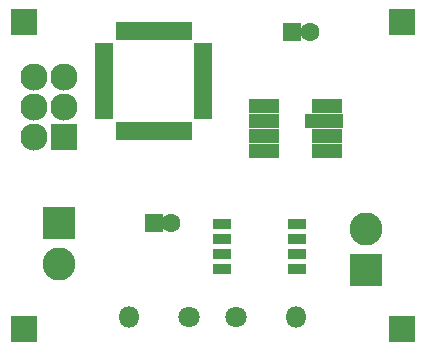
<source format=gbr>
G04 #@! TF.FileFunction,Soldermask,Top*
%FSLAX46Y46*%
G04 Gerber Fmt 4.6, Leading zero omitted, Abs format (unit mm)*
G04 Created by KiCad (PCBNEW 4.0.6) date 2017 July 13, Thursday 09:48:37*
%MOMM*%
%LPD*%
G01*
G04 APERTURE LIST*
%ADD10C,0.100000*%
%ADD11R,2.300000X2.300000*%
%ADD12C,2.300000*%
%ADD13R,1.600000X1.600000*%
%ADD14C,1.600000*%
%ADD15C,2.800000*%
%ADD16R,2.800000X2.800000*%
%ADD17C,1.800000*%
%ADD18O,1.800000X1.800000*%
%ADD19R,1.600000X0.900000*%
%ADD20R,0.900000X1.600000*%
%ADD21R,1.543000X0.908000*%
%ADD22R,2.650000X1.300000*%
%ADD23R,3.200000X1.300000*%
G04 APERTURE END LIST*
D10*
D11*
X120396000Y-96774000D03*
D12*
X117856000Y-96774000D03*
X120396000Y-94234000D03*
X117856000Y-94234000D03*
X120396000Y-91694000D03*
X117856000Y-91694000D03*
D13*
X139700000Y-87884000D03*
D14*
X141200000Y-87884000D03*
D13*
X128000000Y-104000000D03*
D14*
X129500000Y-104000000D03*
D15*
X120000000Y-107500000D03*
D16*
X120000000Y-104000000D03*
D15*
X146000000Y-104500000D03*
D16*
X146000000Y-108000000D03*
D17*
X135000000Y-112000000D03*
D18*
X140080000Y-112000000D03*
D17*
X131000000Y-112000000D03*
D18*
X125920000Y-112000000D03*
D19*
X123800000Y-89200000D03*
X123800000Y-90000000D03*
X123800000Y-90800000D03*
X123800000Y-91600000D03*
X123800000Y-92400000D03*
X123800000Y-93200000D03*
X123800000Y-94000000D03*
X123800000Y-94800000D03*
D20*
X125200000Y-96200000D03*
X126000000Y-96200000D03*
X126800000Y-96200000D03*
X127600000Y-96200000D03*
X128400000Y-96200000D03*
X129200000Y-96200000D03*
X130000000Y-96200000D03*
X130800000Y-96200000D03*
D19*
X132200000Y-94800000D03*
X132200000Y-94000000D03*
X132200000Y-93200000D03*
X132200000Y-92400000D03*
X132200000Y-91600000D03*
X132200000Y-90800000D03*
X132200000Y-90000000D03*
X132200000Y-89200000D03*
D20*
X130800000Y-87800000D03*
X130000000Y-87800000D03*
X129200000Y-87800000D03*
X128400000Y-87800000D03*
X127600000Y-87800000D03*
X126800000Y-87800000D03*
X126000000Y-87800000D03*
X125200000Y-87800000D03*
D21*
X140175000Y-104095000D03*
X140175000Y-105365000D03*
X140175000Y-106635000D03*
X140175000Y-107905000D03*
X133825000Y-107905000D03*
X133825000Y-106635000D03*
X133825000Y-105365000D03*
X133825000Y-104095000D03*
D11*
X117000000Y-113000000D03*
X149000000Y-87000000D03*
X149000000Y-113000000D03*
X117000000Y-87000000D03*
D22*
X137325270Y-94098830D03*
X137325270Y-95348831D03*
X137325270Y-96648831D03*
X137325270Y-97898830D03*
X142675280Y-94098830D03*
D23*
X142400280Y-95348831D03*
D22*
X142675280Y-96648831D03*
X142675280Y-97898830D03*
M02*

</source>
